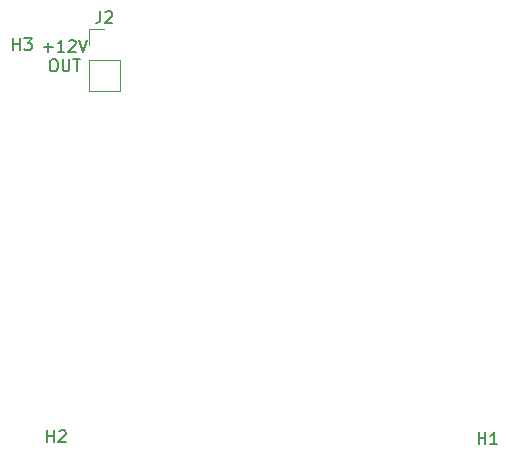
<source format=gto>
G04 #@! TF.GenerationSoftware,KiCad,Pcbnew,(5.1.10)-1*
G04 #@! TF.CreationDate,2023-08-02T14:32:02+03:00*
G04 #@! TF.ProjectId,trigger_cct,74726967-6765-4725-9f63-63742e6b6963,rev?*
G04 #@! TF.SameCoordinates,Original*
G04 #@! TF.FileFunction,Legend,Top*
G04 #@! TF.FilePolarity,Positive*
%FSLAX46Y46*%
G04 Gerber Fmt 4.6, Leading zero omitted, Abs format (unit mm)*
G04 Created by KiCad (PCBNEW (5.1.10)-1) date 2023-08-02 14:32:02*
%MOMM*%
%LPD*%
G01*
G04 APERTURE LIST*
%ADD10C,0.150000*%
%ADD11C,0.120000*%
%ADD12C,6.400000*%
%ADD13C,1.440000*%
%ADD14O,1.600000X1.600000*%
%ADD15R,1.600000X1.600000*%
%ADD16O,2.000000X1.905000*%
%ADD17R,2.000000X1.905000*%
%ADD18C,1.600000*%
%ADD19R,1.500000X1.050000*%
%ADD20O,1.500000X1.050000*%
%ADD21R,1.050000X1.500000*%
%ADD22O,1.050000X1.500000*%
%ADD23O,1.700000X1.700000*%
%ADD24R,1.700000X1.700000*%
%ADD25R,3.500000X3.500000*%
%ADD26C,1.800000*%
%ADD27R,1.800000X1.800000*%
G04 APERTURE END LIST*
D10*
X135779095Y-65870628D02*
X136541000Y-65870628D01*
X136160047Y-66251580D02*
X136160047Y-65489676D01*
X137541000Y-66251580D02*
X136969571Y-66251580D01*
X137255285Y-66251580D02*
X137255285Y-65251580D01*
X137160047Y-65394438D01*
X137064809Y-65489676D01*
X136969571Y-65537295D01*
X137921952Y-65346819D02*
X137969571Y-65299200D01*
X138064809Y-65251580D01*
X138302904Y-65251580D01*
X138398142Y-65299200D01*
X138445761Y-65346819D01*
X138493380Y-65442057D01*
X138493380Y-65537295D01*
X138445761Y-65680152D01*
X137874333Y-66251580D01*
X138493380Y-66251580D01*
X138779095Y-65251580D02*
X139112428Y-66251580D01*
X139445761Y-65251580D01*
X136541000Y-66901580D02*
X136731476Y-66901580D01*
X136826714Y-66949200D01*
X136921952Y-67044438D01*
X136969571Y-67234914D01*
X136969571Y-67568247D01*
X136921952Y-67758723D01*
X136826714Y-67853961D01*
X136731476Y-67901580D01*
X136541000Y-67901580D01*
X136445761Y-67853961D01*
X136350523Y-67758723D01*
X136302904Y-67568247D01*
X136302904Y-67234914D01*
X136350523Y-67044438D01*
X136445761Y-66949200D01*
X136541000Y-66901580D01*
X137398142Y-66901580D02*
X137398142Y-67711104D01*
X137445761Y-67806342D01*
X137493380Y-67853961D01*
X137588619Y-67901580D01*
X137779095Y-67901580D01*
X137874333Y-67853961D01*
X137921952Y-67806342D01*
X137969571Y-67711104D01*
X137969571Y-66901580D01*
X138302904Y-66901580D02*
X138874333Y-66901580D01*
X138588619Y-67901580D02*
X138588619Y-66901580D01*
D11*
X139589200Y-64354400D02*
X140919200Y-64354400D01*
X139589200Y-65684400D02*
X139589200Y-64354400D01*
X139589200Y-66954400D02*
X142249200Y-66954400D01*
X142249200Y-66954400D02*
X142249200Y-69554400D01*
X139589200Y-66954400D02*
X139589200Y-69554400D01*
X139589200Y-69554400D02*
X142249200Y-69554400D01*
D10*
X133197695Y-66111380D02*
X133197695Y-65111380D01*
X133197695Y-65587571D02*
X133769123Y-65587571D01*
X133769123Y-66111380D02*
X133769123Y-65111380D01*
X134150076Y-65111380D02*
X134769123Y-65111380D01*
X134435790Y-65492333D01*
X134578647Y-65492333D01*
X134673885Y-65539952D01*
X134721504Y-65587571D01*
X134769123Y-65682809D01*
X134769123Y-65920904D01*
X134721504Y-66016142D01*
X134673885Y-66063761D01*
X134578647Y-66111380D01*
X134292933Y-66111380D01*
X134197695Y-66063761D01*
X134150076Y-66016142D01*
X136093295Y-99300180D02*
X136093295Y-98300180D01*
X136093295Y-98776371D02*
X136664723Y-98776371D01*
X136664723Y-99300180D02*
X136664723Y-98300180D01*
X137093295Y-98395419D02*
X137140914Y-98347800D01*
X137236152Y-98300180D01*
X137474247Y-98300180D01*
X137569485Y-98347800D01*
X137617104Y-98395419D01*
X137664723Y-98490657D01*
X137664723Y-98585895D01*
X137617104Y-98728752D01*
X137045676Y-99300180D01*
X137664723Y-99300180D01*
X172618495Y-99477980D02*
X172618495Y-98477980D01*
X172618495Y-98954171D02*
X173189923Y-98954171D01*
X173189923Y-99477980D02*
X173189923Y-98477980D01*
X174189923Y-99477980D02*
X173618495Y-99477980D01*
X173904209Y-99477980D02*
X173904209Y-98477980D01*
X173808971Y-98620838D01*
X173713733Y-98716076D01*
X173618495Y-98763695D01*
X140585866Y-62806780D02*
X140585866Y-63521066D01*
X140538247Y-63663923D01*
X140443009Y-63759161D01*
X140300152Y-63806780D01*
X140204914Y-63806780D01*
X141014438Y-62902019D02*
X141062057Y-62854400D01*
X141157295Y-62806780D01*
X141395390Y-62806780D01*
X141490628Y-62854400D01*
X141538247Y-62902019D01*
X141585866Y-62997257D01*
X141585866Y-63092495D01*
X141538247Y-63235352D01*
X140966819Y-63806780D01*
X141585866Y-63806780D01*
%LPC*%
D12*
X136753600Y-61569600D03*
X136855200Y-103047800D03*
X173380400Y-103225600D03*
D13*
X137668000Y-83896200D03*
X140208000Y-83896200D03*
X142748000Y-83896200D03*
X160401000Y-68148200D03*
X160401000Y-70688200D03*
X160401000Y-73228200D03*
D14*
X148793200Y-87325200D03*
X156413200Y-94945200D03*
X148793200Y-89865200D03*
X156413200Y-92405200D03*
X148793200Y-92405200D03*
X156413200Y-89865200D03*
X148793200Y-94945200D03*
D15*
X156413200Y-87325200D03*
D16*
X154254200Y-71678800D03*
X154254200Y-69138800D03*
D17*
X154254200Y-66598800D03*
D14*
X161315400Y-90322400D03*
D18*
X161315400Y-97942400D03*
D14*
X164617400Y-81991200D03*
D18*
X172237400Y-81991200D03*
D14*
X164642800Y-76530200D03*
D18*
X172262800Y-76530200D03*
D14*
X164769800Y-71551800D03*
D18*
X172389800Y-71551800D03*
D14*
X172720000Y-61798200D03*
D18*
X165100000Y-61798200D03*
D19*
X166268400Y-100888800D03*
D20*
X166268400Y-98348800D03*
X166268400Y-99618800D03*
D19*
X156819600Y-101650800D03*
D20*
X156819600Y-99110800D03*
X156819600Y-100380800D03*
D21*
X159181800Y-82778600D03*
D22*
X156641800Y-82778600D03*
X157911800Y-82778600D03*
D23*
X157708600Y-60934600D03*
D24*
X155168600Y-60934600D03*
D23*
X161594800Y-103581200D03*
D24*
X161594800Y-101041200D03*
D23*
X140919200Y-68224400D03*
D24*
X140919200Y-65684400D03*
G36*
G01*
X148197600Y-60530800D02*
X149947600Y-60530800D01*
G75*
G02*
X150822600Y-61405800I0J-875000D01*
G01*
X150822600Y-63155800D01*
G75*
G02*
X149947600Y-64030800I-875000J0D01*
G01*
X148197600Y-64030800D01*
G75*
G02*
X147322600Y-63155800I0J875000D01*
G01*
X147322600Y-61405800D01*
G75*
G02*
X148197600Y-60530800I875000J0D01*
G01*
G37*
G36*
G01*
X143372600Y-57780800D02*
X145372600Y-57780800D01*
G75*
G02*
X146122600Y-58530800I0J-750000D01*
G01*
X146122600Y-60030800D01*
G75*
G02*
X145372600Y-60780800I-750000J0D01*
G01*
X143372600Y-60780800D01*
G75*
G02*
X142622600Y-60030800I0J750000D01*
G01*
X142622600Y-58530800D01*
G75*
G02*
X143372600Y-57780800I750000J0D01*
G01*
G37*
D25*
X144372600Y-65280800D03*
D26*
X171170600Y-88442800D03*
D27*
X168630600Y-88442800D03*
D18*
X141147800Y-90972000D03*
D15*
X141147800Y-93472000D03*
D18*
X146634200Y-76214600D03*
D15*
X146634200Y-78714600D03*
D18*
X140872200Y-99161600D03*
X145872200Y-99161600D03*
X151104600Y-77698600D03*
X156104600Y-77698600D03*
X172640000Y-65506600D03*
X167640000Y-65506600D03*
X139115800Y-74385800D03*
D15*
X139115800Y-76885800D03*
D18*
X153336000Y-82524600D03*
X148336000Y-82524600D03*
X150501600Y-100355400D03*
D15*
X152501600Y-100355400D03*
M02*

</source>
